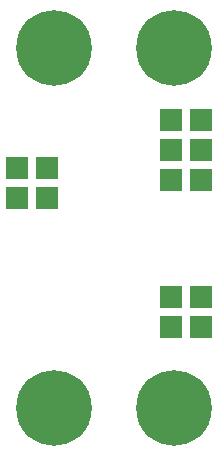
<source format=gbr>
G04 #@! TF.GenerationSoftware,KiCad,Pcbnew,(2018-02-10 revision a04965c36)-makepkg*
G04 #@! TF.CreationDate,2018-07-08T19:26:06+02:00*
G04 #@! TF.ProjectId,PIEZO01A,5049455A4F3031412E6B696361645F70,REV*
G04 #@! TF.SameCoordinates,Original*
G04 #@! TF.FileFunction,Soldermask,Top*
G04 #@! TF.FilePolarity,Negative*
%FSLAX46Y46*%
G04 Gerber Fmt 4.6, Leading zero omitted, Abs format (unit mm)*
G04 Created by KiCad (PCBNEW (2018-02-10 revision a04965c36)-makepkg) date 07/08/18 19:26:06*
%MOMM*%
%LPD*%
G01*
G04 APERTURE LIST*
%ADD10R,1.924000X1.924000*%
%ADD11C,6.400000*%
G04 APERTURE END LIST*
D10*
X17526000Y24384000D03*
X14986000Y24384000D03*
X17526000Y26924000D03*
X14986000Y26924000D03*
X17526000Y29464000D03*
X14986000Y29464000D03*
X4445000Y22860000D03*
X1905000Y22860000D03*
X4445000Y25400000D03*
X1905000Y25400000D03*
X14986000Y14478000D03*
X17526000Y14478000D03*
X14986000Y11938000D03*
X17526000Y11938000D03*
D11*
X15240000Y5080000D03*
X5080000Y5080000D03*
X5080000Y35560000D03*
X15240000Y35560000D03*
M02*

</source>
